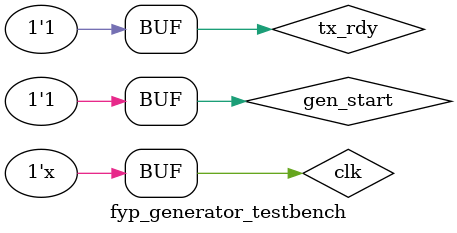
<source format=v>
/*

	Patrick Corley - University of Limerick Final Year Project
	FPGA-implemented Ethernet packet generator 

	Student I.D: 15181383
	Supervisor: Richard Conway
	
	Current file: Packet generator testbench - Used for logical verification of packet generator submodule
	
*/

`timescale 1ns/1ns

module fyp_generator_testbench;

reg clk;
reg gen_start;
reg tx_rdy;




fyp_generator fyp_generator1(

	.clk(clk),
	.gen_start(gen_start),      
	.eth_ast_tx_data(),
	.eth_ast_tx_eop(),
	.eth_ast_tx_err(),
	.eth_ast_tx_empty(),
	.eth_ast_tx_rdy(tx_rdy),
	.eth_ast_tx_sop(),
	.eth_ast_tx_valid(),
	
	.eth_ast_rx_data(),
	.eth_ast_rx_eop(),
	.eth_ast_rx_err(),
	.eth_ast_rx_empty(),
	.eth_ast_rx_rdy(),
	.eth_ast_rx_sop(),
	.eth_ast_rx_valid()
	

);

initial
	begin
		clk <= 1'b0;
		gen_start <= 1'b0;
		tx_rdy <= 1'b0;
		
		#10;
		
		tx_rdy <= 1'b1;
		
		#10;
		
		gen_start <= 1'b1;
		
		#100;
	
	end
	
	
always
	begin
		#5; 
		clk = ~clk;
	end



endmodule
</source>
